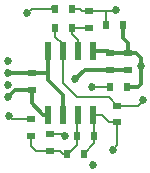
<source format=gbl>
%TF.GenerationSoftware,KiCad,Pcbnew,(5.1.8-0-10_14)*%
%TF.CreationDate,2021-04-23T14:11:37-04:00*%
%TF.ProjectId,Custom_Piezo_Sensor_PCB,43757374-6f6d-45f5-9069-657a6f5f5365,rev?*%
%TF.SameCoordinates,Original*%
%TF.FileFunction,Copper,L4,Bot*%
%TF.FilePolarity,Positive*%
%FSLAX46Y46*%
G04 Gerber Fmt 4.6, Leading zero omitted, Abs format (unit mm)*
G04 Created by KiCad (PCBNEW (5.1.8-0-10_14)) date 2021-04-23 14:11:37*
%MOMM*%
%LPD*%
G01*
G04 APERTURE LIST*
%TA.AperFunction,SMDPad,CuDef*%
%ADD10R,0.600000X0.800000*%
%TD*%
%TA.AperFunction,SMDPad,CuDef*%
%ADD11R,0.609600X1.549400*%
%TD*%
%TA.AperFunction,SMDPad,CuDef*%
%ADD12R,0.800000X0.600000*%
%TD*%
%TA.AperFunction,ViaPad*%
%ADD13C,0.685000*%
%TD*%
%TA.AperFunction,Conductor*%
%ADD14C,0.200000*%
%TD*%
%TA.AperFunction,Conductor*%
%ADD15C,0.380000*%
%TD*%
G04 APERTURE END LIST*
D10*
%TO.P,R7,1*%
%TO.N,Net-(J2-Pad3)*%
X152983000Y-145428000D03*
%TO.P,R7,2*%
%TO.N,+10V*%
X154383000Y-145428000D03*
%TD*%
%TO.P,R2,2*%
%TO.N,+10V*%
X154764000Y-150635000D03*
%TO.P,R2,1*%
%TO.N,Net-(D1-Pad2)*%
X153364000Y-150635000D03*
%TD*%
D11*
%TO.P,U1,7*%
%TO.N,Net-(C5-Pad1)*%
X150584200Y-147599700D03*
%TO.P,U1,8*%
%TO.N,+10V*%
X151854200Y-147599700D03*
%TO.P,U1,6*%
%TO.N,Net-(C5-Pad2)*%
X149314200Y-147599700D03*
%TO.P,U1,5*%
%TO.N,+5V*%
X148044200Y-147599700D03*
%TO.P,U1,1*%
%TO.N,Net-(C2-Pad1)*%
X151854200Y-153009900D03*
%TO.P,U1,2*%
%TO.N,Net-(C1-Pad2)*%
X150584200Y-153009900D03*
%TO.P,U1,3*%
%TO.N,+5V*%
X149314200Y-153009900D03*
%TO.P,U1,4*%
%TO.N,GND*%
X148044200Y-153009900D03*
%TD*%
D12*
%TO.P,R6,1*%
%TO.N,Net-(J2-Pad3)*%
X151524000Y-144220000D03*
%TO.P,R6,2*%
%TO.N,Net-(C5-Pad1)*%
X151524000Y-145620000D03*
%TD*%
D10*
%TO.P,R5,1*%
%TO.N,Net-(J2-Pad3)*%
X150065000Y-144031000D03*
%TO.P,R5,2*%
%TO.N,Net-(R5-Pad2)*%
X148665000Y-144031000D03*
%TD*%
D12*
%TO.P,R4,1*%
%TO.N,Net-(C5-Pad2)*%
X153937000Y-152221000D03*
%TO.P,R4,2*%
%TO.N,Net-(C2-Pad1)*%
X153937000Y-153621000D03*
%TD*%
D10*
%TO.P,R3,1*%
%TO.N,Net-(C2-Pad1)*%
X151081000Y-156350000D03*
%TO.P,R3,2*%
%TO.N,Net-(C1-Pad2)*%
X149681000Y-156350000D03*
%TD*%
D12*
%TO.P,R1,1*%
%TO.N,Net-(C1-Pad2)*%
X146634500Y-154764000D03*
%TO.P,R1,2*%
%TO.N,Net-(J1-Pad1)*%
X146634500Y-153364000D03*
%TD*%
%TO.P,C6,1*%
%TO.N,+10V*%
X154826000Y-147776000D03*
%TO.P,C6,2*%
%TO.N,GND*%
X154826000Y-149176000D03*
%TD*%
D10*
%TO.P,C5,1*%
%TO.N,Net-(C5-Pad1)*%
X150065000Y-145618500D03*
%TO.P,C5,2*%
%TO.N,Net-(C5-Pad2)*%
X148665000Y-145618500D03*
%TD*%
D12*
%TO.P,C4,1*%
%TO.N,GND*%
X146698000Y-150889000D03*
%TO.P,C4,2*%
%TO.N,+5V*%
X146698000Y-149489000D03*
%TD*%
%TO.P,C3,1*%
%TO.N,GND*%
X153302000Y-149176000D03*
%TO.P,C3,2*%
%TO.N,+10V*%
X153302000Y-147776000D03*
%TD*%
D10*
%TO.P,C2,1*%
%TO.N,Net-(C2-Pad1)*%
X151970000Y-154826000D03*
%TO.P,C2,2*%
%TO.N,Net-(C1-Pad2)*%
X150570000Y-154826000D03*
%TD*%
D12*
%TO.P,C1,1*%
%TO.N,Net-(C1-Pad1)*%
X148222000Y-154634000D03*
%TO.P,C1,2*%
%TO.N,Net-(C1-Pad2)*%
X148222000Y-156034000D03*
%TD*%
D13*
%TO.N,Net-(C1-Pad1)*%
X149492000Y-154826000D03*
%TO.N,Net-(C2-Pad1)*%
X153556000Y-155969000D03*
%TO.N,GND*%
X144666000Y-151524000D03*
X151905000Y-157239000D03*
X150381000Y-150000000D03*
%TO.N,+10V*%
X144666000Y-148476000D03*
X155969000Y-148857000D03*
%TO.N,+5V*%
X144666000Y-149492000D03*
%TO.N,Net-(C5-Pad2)*%
X156096000Y-151778000D03*
%TO.N,Net-(D1-Pad2)*%
X151778000Y-150635000D03*
%TO.N,Net-(J1-Pad1)*%
X144813168Y-153145500D03*
%TO.N,Net-(J2-Pad3)*%
X144656044Y-150498044D03*
X153810000Y-144158000D03*
%TO.N,Net-(R5-Pad2)*%
X146317000Y-144412000D03*
%TD*%
D14*
%TO.N,Net-(C1-Pad1)*%
X149300000Y-154634000D02*
X149492000Y-154826000D01*
X148222000Y-154634000D02*
X149300000Y-154634000D01*
%TO.N,Net-(C1-Pad2)*%
X148222000Y-156034000D02*
X148222000Y-156159500D01*
X150584200Y-154811800D02*
X150570000Y-154826000D01*
X149681000Y-156350000D02*
X149746000Y-156350000D01*
X150570000Y-155526000D02*
X150570000Y-154826000D01*
X149746000Y-156350000D02*
X150570000Y-155526000D01*
X150570000Y-153024100D02*
X150584200Y-153009900D01*
X150570000Y-154826000D02*
X150570000Y-153024100D01*
X149681000Y-156350000D02*
X149365000Y-156350000D01*
X149049000Y-156034000D02*
X148222000Y-156034000D01*
X149365000Y-156350000D02*
X149049000Y-156034000D01*
X148222000Y-156034000D02*
X147017000Y-156034000D01*
X146634500Y-155651500D02*
X146634500Y-154764000D01*
X147017000Y-156034000D02*
X146634500Y-155651500D01*
%TO.N,Net-(C2-Pad1)*%
X151854200Y-154710200D02*
X151970000Y-154826000D01*
X151081000Y-156350000D02*
X151081000Y-156285000D01*
X151970000Y-155396000D02*
X151970000Y-154826000D01*
X151081000Y-156285000D02*
X151970000Y-155396000D01*
X151970000Y-153125700D02*
X151854200Y-153009900D01*
X151970000Y-154826000D02*
X151970000Y-153125700D01*
X153937000Y-153621000D02*
X153240000Y-153621000D01*
X152628900Y-153009900D02*
X151854200Y-153009900D01*
X153240000Y-153621000D02*
X152628900Y-153009900D01*
X153937000Y-153621000D02*
X153937000Y-155588000D01*
X153937000Y-155588000D02*
X153556000Y-155969000D01*
D15*
%TO.N,GND*%
X154826000Y-149176000D02*
X153302000Y-149176000D01*
X148044200Y-153009900D02*
X147675900Y-153009900D01*
X146698000Y-152032000D02*
X146698000Y-150889000D01*
X147675900Y-153009900D02*
X146698000Y-152032000D01*
X144666000Y-151524000D02*
X145301000Y-150889000D01*
X145301000Y-150889000D02*
X146698000Y-150889000D01*
X151205000Y-149176000D02*
X150381000Y-150000000D01*
X153302000Y-149176000D02*
X151205000Y-149176000D01*
%TO.N,+10V*%
X153125700Y-147599700D02*
X153302000Y-147776000D01*
X151854200Y-147599700D02*
X153125700Y-147599700D01*
X153302000Y-147776000D02*
X154826000Y-147776000D01*
X154383000Y-145428000D02*
X154383000Y-146509000D01*
X154826000Y-146952000D02*
X154826000Y-147776000D01*
X154383000Y-146509000D02*
X154826000Y-146952000D01*
X154826000Y-147776000D02*
X155523000Y-147776000D01*
X155523000Y-147776000D02*
X155969000Y-148222000D01*
X155969000Y-148222000D02*
X155969000Y-148857000D01*
X155715000Y-150635000D02*
X154764000Y-150635000D01*
X155969000Y-150381000D02*
X155715000Y-150635000D01*
X155969000Y-148857000D02*
X155969000Y-150381000D01*
%TO.N,+5V*%
X146695000Y-149492000D02*
X146698000Y-149489000D01*
X149314200Y-151346200D02*
X149314200Y-153009900D01*
X148044200Y-150076200D02*
X149314200Y-151346200D01*
X146698000Y-149489000D02*
X147971000Y-149489000D01*
X147971000Y-149489000D02*
X148044200Y-149415800D01*
X148044200Y-149415800D02*
X148044200Y-150076200D01*
X148044200Y-147599700D02*
X148044200Y-149415800D01*
X144669000Y-149489000D02*
X144666000Y-149492000D01*
X146698000Y-149489000D02*
X144669000Y-149489000D01*
D14*
%TO.N,Net-(C5-Pad2)*%
X148665000Y-145618500D02*
X148665000Y-145680500D01*
X153937000Y-152286000D02*
X153937000Y-152221000D01*
X149314200Y-147599700D02*
X149314200Y-147028200D01*
X148665000Y-146379000D02*
X148665000Y-145618500D01*
X149314200Y-147028200D02*
X148665000Y-146379000D01*
X153937000Y-152221000D02*
X153240000Y-151524000D01*
X153240000Y-151524000D02*
X150508000Y-151524000D01*
X149314200Y-150330200D02*
X149314200Y-147599700D01*
X150508000Y-151524000D02*
X149314200Y-150330200D01*
X155653000Y-152221000D02*
X156096000Y-151778000D01*
X153937000Y-152221000D02*
X155653000Y-152221000D01*
%TO.N,Net-(C5-Pad1)*%
X151522500Y-145618500D02*
X151524000Y-145620000D01*
X150584200Y-147599700D02*
X150584200Y-146647200D01*
X150065000Y-146128000D02*
X150065000Y-145618500D01*
X150584200Y-146647200D02*
X150065000Y-146128000D01*
X150066500Y-145620000D02*
X150065000Y-145618500D01*
X151524000Y-145620000D02*
X150066500Y-145620000D01*
%TO.N,Net-(D1-Pad2)*%
X153364000Y-150635000D02*
X151778000Y-150635000D01*
%TO.N,Net-(J1-Pad1)*%
X145031668Y-153364000D02*
X144813168Y-153145500D01*
X146634500Y-153364000D02*
X145031668Y-153364000D01*
%TO.N,Net-(J2-Pad3)*%
X150065000Y-144031000D02*
X150762000Y-144031000D01*
X150951000Y-144220000D02*
X151524000Y-144220000D01*
X150762000Y-144031000D02*
X150951000Y-144220000D01*
X152983000Y-144728000D02*
X152983000Y-145428000D01*
X153748000Y-144220000D02*
X153810000Y-144158000D01*
X152983000Y-144728000D02*
X152983000Y-144220000D01*
X152983000Y-144220000D02*
X153748000Y-144220000D01*
X151524000Y-144220000D02*
X152983000Y-144220000D01*
D15*
%TO.N,Net-(R5-Pad2)*%
X148538000Y-143904000D02*
X148665000Y-144031000D01*
D14*
X146698000Y-144031000D02*
X146317000Y-144412000D01*
X148665000Y-144031000D02*
X146698000Y-144031000D01*
%TD*%
M02*

</source>
